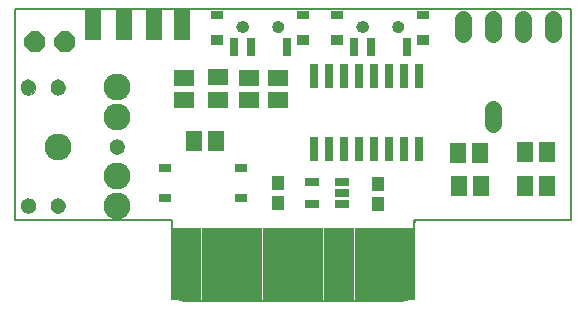
<source format=gts>
G75*
%MOIN*%
%OFA0B0*%
%FSLAX25Y25*%
%IPPOS*%
%LPD*%
%AMOC8*
5,1,8,0,0,1.08239X$1,22.5*
%
%ADD10C,0.00004*%
%ADD11C,0.00600*%
%ADD12R,0.03000X0.08400*%
%ADD13C,0.09000*%
%ADD14C,0.00000*%
%ADD15C,0.05124*%
%ADD16OC8,0.07000*%
%ADD17R,0.04337X0.02762*%
%ADD18R,0.05518X0.06699*%
%ADD19R,0.06699X0.05518*%
%ADD20R,0.03156X0.06306*%
%ADD21R,0.04337X0.03550*%
%ADD22C,0.03943*%
%ADD23C,0.05600*%
%ADD24R,0.05400X0.10400*%
%ADD25R,0.09849X0.24376*%
%ADD26R,0.05124X0.03117*%
%ADD27R,0.04337X0.04731*%
D10*
X0145979Y0053933D02*
X0145891Y0054433D01*
D11*
X0065091Y0054433D02*
X0065091Y0032433D01*
X0065079Y0032301D01*
X0065072Y0032169D01*
X0065068Y0032036D01*
X0065069Y0031904D01*
X0065073Y0031771D01*
X0065081Y0031639D01*
X0065093Y0031507D01*
X0065109Y0031375D01*
X0065129Y0031244D01*
X0065153Y0031114D01*
X0065181Y0030984D01*
X0065212Y0030855D01*
X0065248Y0030727D01*
X0065287Y0030601D01*
X0065330Y0030475D01*
X0065376Y0030351D01*
X0065426Y0030229D01*
X0065480Y0030107D01*
X0065538Y0029988D01*
X0065598Y0029870D01*
X0065663Y0029754D01*
X0065731Y0029640D01*
X0065802Y0029528D01*
X0065876Y0029419D01*
X0065954Y0029311D01*
X0066034Y0029206D01*
X0066118Y0029103D01*
X0066205Y0029003D01*
X0066295Y0028906D01*
X0066387Y0028811D01*
X0066483Y0028719D01*
X0066581Y0028630D01*
X0066682Y0028543D01*
X0066785Y0028460D01*
X0066890Y0028380D01*
X0066998Y0028303D01*
X0067108Y0028229D01*
X0067221Y0028159D01*
X0067335Y0028092D01*
X0067451Y0028028D01*
X0067570Y0027968D01*
X0067689Y0027911D01*
X0067811Y0027858D01*
X0067934Y0027809D01*
X0068058Y0027763D01*
X0068184Y0027721D01*
X0068311Y0027682D01*
X0068439Y0027648D01*
X0068568Y0027617D01*
X0068698Y0027590D01*
X0068828Y0027567D01*
X0068959Y0027548D01*
X0069091Y0027533D01*
X0141891Y0027533D01*
X0142023Y0027548D01*
X0142154Y0027567D01*
X0142284Y0027590D01*
X0142414Y0027617D01*
X0142543Y0027648D01*
X0142671Y0027682D01*
X0142798Y0027721D01*
X0142924Y0027763D01*
X0143048Y0027809D01*
X0143171Y0027858D01*
X0143293Y0027911D01*
X0143412Y0027968D01*
X0143531Y0028028D01*
X0143647Y0028092D01*
X0143761Y0028159D01*
X0143874Y0028229D01*
X0143984Y0028303D01*
X0144092Y0028380D01*
X0144197Y0028460D01*
X0144300Y0028543D01*
X0144401Y0028630D01*
X0144499Y0028719D01*
X0144595Y0028811D01*
X0144687Y0028906D01*
X0144777Y0029003D01*
X0144864Y0029103D01*
X0144948Y0029206D01*
X0145028Y0029311D01*
X0145106Y0029419D01*
X0145180Y0029528D01*
X0145251Y0029640D01*
X0145319Y0029754D01*
X0145384Y0029870D01*
X0145444Y0029988D01*
X0145502Y0030107D01*
X0145556Y0030229D01*
X0145606Y0030351D01*
X0145652Y0030475D01*
X0145695Y0030601D01*
X0145734Y0030727D01*
X0145770Y0030855D01*
X0145801Y0030984D01*
X0145829Y0031114D01*
X0145853Y0031244D01*
X0145873Y0031375D01*
X0145889Y0031507D01*
X0145901Y0031639D01*
X0145909Y0031771D01*
X0145913Y0031904D01*
X0145914Y0032036D01*
X0145910Y0032169D01*
X0145903Y0032301D01*
X0145891Y0032433D01*
X0145891Y0054433D01*
X0198241Y0054433D01*
X0198241Y0124933D01*
X0012741Y0124933D01*
X0012741Y0054433D01*
X0065091Y0054433D01*
D12*
X0112291Y0078233D03*
X0117291Y0078233D03*
X0122291Y0078233D03*
X0127291Y0078233D03*
X0132291Y0078233D03*
X0137291Y0078233D03*
X0142291Y0078233D03*
X0147291Y0078233D03*
X0147291Y0102433D03*
X0142291Y0102433D03*
X0137291Y0102433D03*
X0132291Y0102433D03*
X0127291Y0102433D03*
X0122291Y0102433D03*
X0117291Y0102433D03*
X0112291Y0102433D03*
D13*
X0046676Y0098618D03*
X0046676Y0088776D03*
X0026991Y0078933D03*
X0046676Y0069091D03*
X0046676Y0059248D03*
D14*
X0024629Y0059248D02*
X0024631Y0059345D01*
X0024637Y0059442D01*
X0024647Y0059538D01*
X0024661Y0059634D01*
X0024679Y0059730D01*
X0024700Y0059824D01*
X0024726Y0059918D01*
X0024755Y0060010D01*
X0024789Y0060101D01*
X0024825Y0060191D01*
X0024866Y0060279D01*
X0024910Y0060365D01*
X0024958Y0060450D01*
X0025009Y0060532D01*
X0025063Y0060613D01*
X0025121Y0060691D01*
X0025182Y0060766D01*
X0025245Y0060839D01*
X0025312Y0060910D01*
X0025382Y0060977D01*
X0025454Y0061042D01*
X0025529Y0061103D01*
X0025607Y0061162D01*
X0025686Y0061217D01*
X0025768Y0061269D01*
X0025852Y0061317D01*
X0025938Y0061362D01*
X0026026Y0061404D01*
X0026115Y0061442D01*
X0026206Y0061476D01*
X0026298Y0061506D01*
X0026391Y0061533D01*
X0026486Y0061555D01*
X0026581Y0061574D01*
X0026677Y0061589D01*
X0026773Y0061600D01*
X0026870Y0061607D01*
X0026967Y0061610D01*
X0027064Y0061609D01*
X0027161Y0061604D01*
X0027257Y0061595D01*
X0027353Y0061582D01*
X0027449Y0061565D01*
X0027544Y0061544D01*
X0027637Y0061520D01*
X0027730Y0061491D01*
X0027822Y0061459D01*
X0027912Y0061423D01*
X0028000Y0061384D01*
X0028087Y0061340D01*
X0028172Y0061294D01*
X0028255Y0061243D01*
X0028336Y0061190D01*
X0028414Y0061133D01*
X0028491Y0061073D01*
X0028564Y0061010D01*
X0028635Y0060944D01*
X0028703Y0060875D01*
X0028769Y0060803D01*
X0028831Y0060729D01*
X0028890Y0060652D01*
X0028946Y0060573D01*
X0028999Y0060491D01*
X0029049Y0060408D01*
X0029094Y0060322D01*
X0029137Y0060235D01*
X0029176Y0060146D01*
X0029211Y0060056D01*
X0029242Y0059964D01*
X0029269Y0059871D01*
X0029293Y0059777D01*
X0029313Y0059682D01*
X0029329Y0059586D01*
X0029341Y0059490D01*
X0029349Y0059393D01*
X0029353Y0059296D01*
X0029353Y0059200D01*
X0029349Y0059103D01*
X0029341Y0059006D01*
X0029329Y0058910D01*
X0029313Y0058814D01*
X0029293Y0058719D01*
X0029269Y0058625D01*
X0029242Y0058532D01*
X0029211Y0058440D01*
X0029176Y0058350D01*
X0029137Y0058261D01*
X0029094Y0058174D01*
X0029049Y0058088D01*
X0028999Y0058005D01*
X0028946Y0057923D01*
X0028890Y0057844D01*
X0028831Y0057767D01*
X0028769Y0057693D01*
X0028703Y0057621D01*
X0028635Y0057552D01*
X0028564Y0057486D01*
X0028491Y0057423D01*
X0028414Y0057363D01*
X0028336Y0057306D01*
X0028255Y0057253D01*
X0028172Y0057202D01*
X0028087Y0057156D01*
X0028000Y0057112D01*
X0027912Y0057073D01*
X0027822Y0057037D01*
X0027730Y0057005D01*
X0027637Y0056976D01*
X0027544Y0056952D01*
X0027449Y0056931D01*
X0027353Y0056914D01*
X0027257Y0056901D01*
X0027161Y0056892D01*
X0027064Y0056887D01*
X0026967Y0056886D01*
X0026870Y0056889D01*
X0026773Y0056896D01*
X0026677Y0056907D01*
X0026581Y0056922D01*
X0026486Y0056941D01*
X0026391Y0056963D01*
X0026298Y0056990D01*
X0026206Y0057020D01*
X0026115Y0057054D01*
X0026026Y0057092D01*
X0025938Y0057134D01*
X0025852Y0057179D01*
X0025768Y0057227D01*
X0025686Y0057279D01*
X0025607Y0057334D01*
X0025529Y0057393D01*
X0025454Y0057454D01*
X0025382Y0057519D01*
X0025312Y0057586D01*
X0025245Y0057657D01*
X0025182Y0057730D01*
X0025121Y0057805D01*
X0025063Y0057883D01*
X0025009Y0057964D01*
X0024958Y0058046D01*
X0024910Y0058131D01*
X0024866Y0058217D01*
X0024825Y0058305D01*
X0024789Y0058395D01*
X0024755Y0058486D01*
X0024726Y0058578D01*
X0024700Y0058672D01*
X0024679Y0058766D01*
X0024661Y0058862D01*
X0024647Y0058958D01*
X0024637Y0059054D01*
X0024631Y0059151D01*
X0024629Y0059248D01*
X0014786Y0059248D02*
X0014788Y0059345D01*
X0014794Y0059442D01*
X0014804Y0059538D01*
X0014818Y0059634D01*
X0014836Y0059730D01*
X0014857Y0059824D01*
X0014883Y0059918D01*
X0014912Y0060010D01*
X0014946Y0060101D01*
X0014982Y0060191D01*
X0015023Y0060279D01*
X0015067Y0060365D01*
X0015115Y0060450D01*
X0015166Y0060532D01*
X0015220Y0060613D01*
X0015278Y0060691D01*
X0015339Y0060766D01*
X0015402Y0060839D01*
X0015469Y0060910D01*
X0015539Y0060977D01*
X0015611Y0061042D01*
X0015686Y0061103D01*
X0015764Y0061162D01*
X0015843Y0061217D01*
X0015925Y0061269D01*
X0016009Y0061317D01*
X0016095Y0061362D01*
X0016183Y0061404D01*
X0016272Y0061442D01*
X0016363Y0061476D01*
X0016455Y0061506D01*
X0016548Y0061533D01*
X0016643Y0061555D01*
X0016738Y0061574D01*
X0016834Y0061589D01*
X0016930Y0061600D01*
X0017027Y0061607D01*
X0017124Y0061610D01*
X0017221Y0061609D01*
X0017318Y0061604D01*
X0017414Y0061595D01*
X0017510Y0061582D01*
X0017606Y0061565D01*
X0017701Y0061544D01*
X0017794Y0061520D01*
X0017887Y0061491D01*
X0017979Y0061459D01*
X0018069Y0061423D01*
X0018157Y0061384D01*
X0018244Y0061340D01*
X0018329Y0061294D01*
X0018412Y0061243D01*
X0018493Y0061190D01*
X0018571Y0061133D01*
X0018648Y0061073D01*
X0018721Y0061010D01*
X0018792Y0060944D01*
X0018860Y0060875D01*
X0018926Y0060803D01*
X0018988Y0060729D01*
X0019047Y0060652D01*
X0019103Y0060573D01*
X0019156Y0060491D01*
X0019206Y0060408D01*
X0019251Y0060322D01*
X0019294Y0060235D01*
X0019333Y0060146D01*
X0019368Y0060056D01*
X0019399Y0059964D01*
X0019426Y0059871D01*
X0019450Y0059777D01*
X0019470Y0059682D01*
X0019486Y0059586D01*
X0019498Y0059490D01*
X0019506Y0059393D01*
X0019510Y0059296D01*
X0019510Y0059200D01*
X0019506Y0059103D01*
X0019498Y0059006D01*
X0019486Y0058910D01*
X0019470Y0058814D01*
X0019450Y0058719D01*
X0019426Y0058625D01*
X0019399Y0058532D01*
X0019368Y0058440D01*
X0019333Y0058350D01*
X0019294Y0058261D01*
X0019251Y0058174D01*
X0019206Y0058088D01*
X0019156Y0058005D01*
X0019103Y0057923D01*
X0019047Y0057844D01*
X0018988Y0057767D01*
X0018926Y0057693D01*
X0018860Y0057621D01*
X0018792Y0057552D01*
X0018721Y0057486D01*
X0018648Y0057423D01*
X0018571Y0057363D01*
X0018493Y0057306D01*
X0018412Y0057253D01*
X0018329Y0057202D01*
X0018244Y0057156D01*
X0018157Y0057112D01*
X0018069Y0057073D01*
X0017979Y0057037D01*
X0017887Y0057005D01*
X0017794Y0056976D01*
X0017701Y0056952D01*
X0017606Y0056931D01*
X0017510Y0056914D01*
X0017414Y0056901D01*
X0017318Y0056892D01*
X0017221Y0056887D01*
X0017124Y0056886D01*
X0017027Y0056889D01*
X0016930Y0056896D01*
X0016834Y0056907D01*
X0016738Y0056922D01*
X0016643Y0056941D01*
X0016548Y0056963D01*
X0016455Y0056990D01*
X0016363Y0057020D01*
X0016272Y0057054D01*
X0016183Y0057092D01*
X0016095Y0057134D01*
X0016009Y0057179D01*
X0015925Y0057227D01*
X0015843Y0057279D01*
X0015764Y0057334D01*
X0015686Y0057393D01*
X0015611Y0057454D01*
X0015539Y0057519D01*
X0015469Y0057586D01*
X0015402Y0057657D01*
X0015339Y0057730D01*
X0015278Y0057805D01*
X0015220Y0057883D01*
X0015166Y0057964D01*
X0015115Y0058046D01*
X0015067Y0058131D01*
X0015023Y0058217D01*
X0014982Y0058305D01*
X0014946Y0058395D01*
X0014912Y0058486D01*
X0014883Y0058578D01*
X0014857Y0058672D01*
X0014836Y0058766D01*
X0014818Y0058862D01*
X0014804Y0058958D01*
X0014794Y0059054D01*
X0014788Y0059151D01*
X0014786Y0059248D01*
X0044314Y0078933D02*
X0044316Y0079030D01*
X0044322Y0079127D01*
X0044332Y0079223D01*
X0044346Y0079319D01*
X0044364Y0079415D01*
X0044385Y0079509D01*
X0044411Y0079603D01*
X0044440Y0079695D01*
X0044474Y0079786D01*
X0044510Y0079876D01*
X0044551Y0079964D01*
X0044595Y0080050D01*
X0044643Y0080135D01*
X0044694Y0080217D01*
X0044748Y0080298D01*
X0044806Y0080376D01*
X0044867Y0080451D01*
X0044930Y0080524D01*
X0044997Y0080595D01*
X0045067Y0080662D01*
X0045139Y0080727D01*
X0045214Y0080788D01*
X0045292Y0080847D01*
X0045371Y0080902D01*
X0045453Y0080954D01*
X0045537Y0081002D01*
X0045623Y0081047D01*
X0045711Y0081089D01*
X0045800Y0081127D01*
X0045891Y0081161D01*
X0045983Y0081191D01*
X0046076Y0081218D01*
X0046171Y0081240D01*
X0046266Y0081259D01*
X0046362Y0081274D01*
X0046458Y0081285D01*
X0046555Y0081292D01*
X0046652Y0081295D01*
X0046749Y0081294D01*
X0046846Y0081289D01*
X0046942Y0081280D01*
X0047038Y0081267D01*
X0047134Y0081250D01*
X0047229Y0081229D01*
X0047322Y0081205D01*
X0047415Y0081176D01*
X0047507Y0081144D01*
X0047597Y0081108D01*
X0047685Y0081069D01*
X0047772Y0081025D01*
X0047857Y0080979D01*
X0047940Y0080928D01*
X0048021Y0080875D01*
X0048099Y0080818D01*
X0048176Y0080758D01*
X0048249Y0080695D01*
X0048320Y0080629D01*
X0048388Y0080560D01*
X0048454Y0080488D01*
X0048516Y0080414D01*
X0048575Y0080337D01*
X0048631Y0080258D01*
X0048684Y0080176D01*
X0048734Y0080093D01*
X0048779Y0080007D01*
X0048822Y0079920D01*
X0048861Y0079831D01*
X0048896Y0079741D01*
X0048927Y0079649D01*
X0048954Y0079556D01*
X0048978Y0079462D01*
X0048998Y0079367D01*
X0049014Y0079271D01*
X0049026Y0079175D01*
X0049034Y0079078D01*
X0049038Y0078981D01*
X0049038Y0078885D01*
X0049034Y0078788D01*
X0049026Y0078691D01*
X0049014Y0078595D01*
X0048998Y0078499D01*
X0048978Y0078404D01*
X0048954Y0078310D01*
X0048927Y0078217D01*
X0048896Y0078125D01*
X0048861Y0078035D01*
X0048822Y0077946D01*
X0048779Y0077859D01*
X0048734Y0077773D01*
X0048684Y0077690D01*
X0048631Y0077608D01*
X0048575Y0077529D01*
X0048516Y0077452D01*
X0048454Y0077378D01*
X0048388Y0077306D01*
X0048320Y0077237D01*
X0048249Y0077171D01*
X0048176Y0077108D01*
X0048099Y0077048D01*
X0048021Y0076991D01*
X0047940Y0076938D01*
X0047857Y0076887D01*
X0047772Y0076841D01*
X0047685Y0076797D01*
X0047597Y0076758D01*
X0047507Y0076722D01*
X0047415Y0076690D01*
X0047322Y0076661D01*
X0047229Y0076637D01*
X0047134Y0076616D01*
X0047038Y0076599D01*
X0046942Y0076586D01*
X0046846Y0076577D01*
X0046749Y0076572D01*
X0046652Y0076571D01*
X0046555Y0076574D01*
X0046458Y0076581D01*
X0046362Y0076592D01*
X0046266Y0076607D01*
X0046171Y0076626D01*
X0046076Y0076648D01*
X0045983Y0076675D01*
X0045891Y0076705D01*
X0045800Y0076739D01*
X0045711Y0076777D01*
X0045623Y0076819D01*
X0045537Y0076864D01*
X0045453Y0076912D01*
X0045371Y0076964D01*
X0045292Y0077019D01*
X0045214Y0077078D01*
X0045139Y0077139D01*
X0045067Y0077204D01*
X0044997Y0077271D01*
X0044930Y0077342D01*
X0044867Y0077415D01*
X0044806Y0077490D01*
X0044748Y0077568D01*
X0044694Y0077649D01*
X0044643Y0077731D01*
X0044595Y0077816D01*
X0044551Y0077902D01*
X0044510Y0077990D01*
X0044474Y0078080D01*
X0044440Y0078171D01*
X0044411Y0078263D01*
X0044385Y0078357D01*
X0044364Y0078451D01*
X0044346Y0078547D01*
X0044332Y0078643D01*
X0044322Y0078739D01*
X0044316Y0078836D01*
X0044314Y0078933D01*
X0024629Y0098618D02*
X0024631Y0098715D01*
X0024637Y0098812D01*
X0024647Y0098908D01*
X0024661Y0099004D01*
X0024679Y0099100D01*
X0024700Y0099194D01*
X0024726Y0099288D01*
X0024755Y0099380D01*
X0024789Y0099471D01*
X0024825Y0099561D01*
X0024866Y0099649D01*
X0024910Y0099735D01*
X0024958Y0099820D01*
X0025009Y0099902D01*
X0025063Y0099983D01*
X0025121Y0100061D01*
X0025182Y0100136D01*
X0025245Y0100209D01*
X0025312Y0100280D01*
X0025382Y0100347D01*
X0025454Y0100412D01*
X0025529Y0100473D01*
X0025607Y0100532D01*
X0025686Y0100587D01*
X0025768Y0100639D01*
X0025852Y0100687D01*
X0025938Y0100732D01*
X0026026Y0100774D01*
X0026115Y0100812D01*
X0026206Y0100846D01*
X0026298Y0100876D01*
X0026391Y0100903D01*
X0026486Y0100925D01*
X0026581Y0100944D01*
X0026677Y0100959D01*
X0026773Y0100970D01*
X0026870Y0100977D01*
X0026967Y0100980D01*
X0027064Y0100979D01*
X0027161Y0100974D01*
X0027257Y0100965D01*
X0027353Y0100952D01*
X0027449Y0100935D01*
X0027544Y0100914D01*
X0027637Y0100890D01*
X0027730Y0100861D01*
X0027822Y0100829D01*
X0027912Y0100793D01*
X0028000Y0100754D01*
X0028087Y0100710D01*
X0028172Y0100664D01*
X0028255Y0100613D01*
X0028336Y0100560D01*
X0028414Y0100503D01*
X0028491Y0100443D01*
X0028564Y0100380D01*
X0028635Y0100314D01*
X0028703Y0100245D01*
X0028769Y0100173D01*
X0028831Y0100099D01*
X0028890Y0100022D01*
X0028946Y0099943D01*
X0028999Y0099861D01*
X0029049Y0099778D01*
X0029094Y0099692D01*
X0029137Y0099605D01*
X0029176Y0099516D01*
X0029211Y0099426D01*
X0029242Y0099334D01*
X0029269Y0099241D01*
X0029293Y0099147D01*
X0029313Y0099052D01*
X0029329Y0098956D01*
X0029341Y0098860D01*
X0029349Y0098763D01*
X0029353Y0098666D01*
X0029353Y0098570D01*
X0029349Y0098473D01*
X0029341Y0098376D01*
X0029329Y0098280D01*
X0029313Y0098184D01*
X0029293Y0098089D01*
X0029269Y0097995D01*
X0029242Y0097902D01*
X0029211Y0097810D01*
X0029176Y0097720D01*
X0029137Y0097631D01*
X0029094Y0097544D01*
X0029049Y0097458D01*
X0028999Y0097375D01*
X0028946Y0097293D01*
X0028890Y0097214D01*
X0028831Y0097137D01*
X0028769Y0097063D01*
X0028703Y0096991D01*
X0028635Y0096922D01*
X0028564Y0096856D01*
X0028491Y0096793D01*
X0028414Y0096733D01*
X0028336Y0096676D01*
X0028255Y0096623D01*
X0028172Y0096572D01*
X0028087Y0096526D01*
X0028000Y0096482D01*
X0027912Y0096443D01*
X0027822Y0096407D01*
X0027730Y0096375D01*
X0027637Y0096346D01*
X0027544Y0096322D01*
X0027449Y0096301D01*
X0027353Y0096284D01*
X0027257Y0096271D01*
X0027161Y0096262D01*
X0027064Y0096257D01*
X0026967Y0096256D01*
X0026870Y0096259D01*
X0026773Y0096266D01*
X0026677Y0096277D01*
X0026581Y0096292D01*
X0026486Y0096311D01*
X0026391Y0096333D01*
X0026298Y0096360D01*
X0026206Y0096390D01*
X0026115Y0096424D01*
X0026026Y0096462D01*
X0025938Y0096504D01*
X0025852Y0096549D01*
X0025768Y0096597D01*
X0025686Y0096649D01*
X0025607Y0096704D01*
X0025529Y0096763D01*
X0025454Y0096824D01*
X0025382Y0096889D01*
X0025312Y0096956D01*
X0025245Y0097027D01*
X0025182Y0097100D01*
X0025121Y0097175D01*
X0025063Y0097253D01*
X0025009Y0097334D01*
X0024958Y0097416D01*
X0024910Y0097501D01*
X0024866Y0097587D01*
X0024825Y0097675D01*
X0024789Y0097765D01*
X0024755Y0097856D01*
X0024726Y0097948D01*
X0024700Y0098042D01*
X0024679Y0098136D01*
X0024661Y0098232D01*
X0024647Y0098328D01*
X0024637Y0098424D01*
X0024631Y0098521D01*
X0024629Y0098618D01*
X0014786Y0098618D02*
X0014788Y0098715D01*
X0014794Y0098812D01*
X0014804Y0098908D01*
X0014818Y0099004D01*
X0014836Y0099100D01*
X0014857Y0099194D01*
X0014883Y0099288D01*
X0014912Y0099380D01*
X0014946Y0099471D01*
X0014982Y0099561D01*
X0015023Y0099649D01*
X0015067Y0099735D01*
X0015115Y0099820D01*
X0015166Y0099902D01*
X0015220Y0099983D01*
X0015278Y0100061D01*
X0015339Y0100136D01*
X0015402Y0100209D01*
X0015469Y0100280D01*
X0015539Y0100347D01*
X0015611Y0100412D01*
X0015686Y0100473D01*
X0015764Y0100532D01*
X0015843Y0100587D01*
X0015925Y0100639D01*
X0016009Y0100687D01*
X0016095Y0100732D01*
X0016183Y0100774D01*
X0016272Y0100812D01*
X0016363Y0100846D01*
X0016455Y0100876D01*
X0016548Y0100903D01*
X0016643Y0100925D01*
X0016738Y0100944D01*
X0016834Y0100959D01*
X0016930Y0100970D01*
X0017027Y0100977D01*
X0017124Y0100980D01*
X0017221Y0100979D01*
X0017318Y0100974D01*
X0017414Y0100965D01*
X0017510Y0100952D01*
X0017606Y0100935D01*
X0017701Y0100914D01*
X0017794Y0100890D01*
X0017887Y0100861D01*
X0017979Y0100829D01*
X0018069Y0100793D01*
X0018157Y0100754D01*
X0018244Y0100710D01*
X0018329Y0100664D01*
X0018412Y0100613D01*
X0018493Y0100560D01*
X0018571Y0100503D01*
X0018648Y0100443D01*
X0018721Y0100380D01*
X0018792Y0100314D01*
X0018860Y0100245D01*
X0018926Y0100173D01*
X0018988Y0100099D01*
X0019047Y0100022D01*
X0019103Y0099943D01*
X0019156Y0099861D01*
X0019206Y0099778D01*
X0019251Y0099692D01*
X0019294Y0099605D01*
X0019333Y0099516D01*
X0019368Y0099426D01*
X0019399Y0099334D01*
X0019426Y0099241D01*
X0019450Y0099147D01*
X0019470Y0099052D01*
X0019486Y0098956D01*
X0019498Y0098860D01*
X0019506Y0098763D01*
X0019510Y0098666D01*
X0019510Y0098570D01*
X0019506Y0098473D01*
X0019498Y0098376D01*
X0019486Y0098280D01*
X0019470Y0098184D01*
X0019450Y0098089D01*
X0019426Y0097995D01*
X0019399Y0097902D01*
X0019368Y0097810D01*
X0019333Y0097720D01*
X0019294Y0097631D01*
X0019251Y0097544D01*
X0019206Y0097458D01*
X0019156Y0097375D01*
X0019103Y0097293D01*
X0019047Y0097214D01*
X0018988Y0097137D01*
X0018926Y0097063D01*
X0018860Y0096991D01*
X0018792Y0096922D01*
X0018721Y0096856D01*
X0018648Y0096793D01*
X0018571Y0096733D01*
X0018493Y0096676D01*
X0018412Y0096623D01*
X0018329Y0096572D01*
X0018244Y0096526D01*
X0018157Y0096482D01*
X0018069Y0096443D01*
X0017979Y0096407D01*
X0017887Y0096375D01*
X0017794Y0096346D01*
X0017701Y0096322D01*
X0017606Y0096301D01*
X0017510Y0096284D01*
X0017414Y0096271D01*
X0017318Y0096262D01*
X0017221Y0096257D01*
X0017124Y0096256D01*
X0017027Y0096259D01*
X0016930Y0096266D01*
X0016834Y0096277D01*
X0016738Y0096292D01*
X0016643Y0096311D01*
X0016548Y0096333D01*
X0016455Y0096360D01*
X0016363Y0096390D01*
X0016272Y0096424D01*
X0016183Y0096462D01*
X0016095Y0096504D01*
X0016009Y0096549D01*
X0015925Y0096597D01*
X0015843Y0096649D01*
X0015764Y0096704D01*
X0015686Y0096763D01*
X0015611Y0096824D01*
X0015539Y0096889D01*
X0015469Y0096956D01*
X0015402Y0097027D01*
X0015339Y0097100D01*
X0015278Y0097175D01*
X0015220Y0097253D01*
X0015166Y0097334D01*
X0015115Y0097416D01*
X0015067Y0097501D01*
X0015023Y0097587D01*
X0014982Y0097675D01*
X0014946Y0097765D01*
X0014912Y0097856D01*
X0014883Y0097948D01*
X0014857Y0098042D01*
X0014836Y0098136D01*
X0014818Y0098232D01*
X0014804Y0098328D01*
X0014794Y0098424D01*
X0014788Y0098521D01*
X0014786Y0098618D01*
X0086813Y0118933D02*
X0086815Y0119017D01*
X0086821Y0119100D01*
X0086831Y0119183D01*
X0086845Y0119266D01*
X0086862Y0119348D01*
X0086884Y0119429D01*
X0086909Y0119508D01*
X0086938Y0119587D01*
X0086971Y0119664D01*
X0087007Y0119739D01*
X0087047Y0119813D01*
X0087090Y0119885D01*
X0087137Y0119954D01*
X0087187Y0120021D01*
X0087240Y0120086D01*
X0087296Y0120148D01*
X0087354Y0120208D01*
X0087416Y0120265D01*
X0087480Y0120318D01*
X0087547Y0120369D01*
X0087616Y0120416D01*
X0087687Y0120461D01*
X0087760Y0120501D01*
X0087835Y0120538D01*
X0087912Y0120572D01*
X0087990Y0120602D01*
X0088069Y0120628D01*
X0088150Y0120651D01*
X0088232Y0120669D01*
X0088314Y0120684D01*
X0088397Y0120695D01*
X0088480Y0120702D01*
X0088564Y0120705D01*
X0088648Y0120704D01*
X0088731Y0120699D01*
X0088815Y0120690D01*
X0088897Y0120677D01*
X0088979Y0120661D01*
X0089060Y0120640D01*
X0089141Y0120616D01*
X0089219Y0120588D01*
X0089297Y0120556D01*
X0089373Y0120520D01*
X0089447Y0120481D01*
X0089519Y0120439D01*
X0089589Y0120393D01*
X0089657Y0120344D01*
X0089722Y0120292D01*
X0089785Y0120237D01*
X0089845Y0120179D01*
X0089903Y0120118D01*
X0089957Y0120054D01*
X0090009Y0119988D01*
X0090057Y0119920D01*
X0090102Y0119849D01*
X0090143Y0119776D01*
X0090182Y0119702D01*
X0090216Y0119626D01*
X0090247Y0119548D01*
X0090274Y0119469D01*
X0090298Y0119388D01*
X0090317Y0119307D01*
X0090333Y0119225D01*
X0090345Y0119142D01*
X0090353Y0119058D01*
X0090357Y0118975D01*
X0090357Y0118891D01*
X0090353Y0118808D01*
X0090345Y0118724D01*
X0090333Y0118641D01*
X0090317Y0118559D01*
X0090298Y0118478D01*
X0090274Y0118397D01*
X0090247Y0118318D01*
X0090216Y0118240D01*
X0090182Y0118164D01*
X0090143Y0118090D01*
X0090102Y0118017D01*
X0090057Y0117946D01*
X0090009Y0117878D01*
X0089957Y0117812D01*
X0089903Y0117748D01*
X0089845Y0117687D01*
X0089785Y0117629D01*
X0089722Y0117574D01*
X0089657Y0117522D01*
X0089589Y0117473D01*
X0089519Y0117427D01*
X0089447Y0117385D01*
X0089373Y0117346D01*
X0089297Y0117310D01*
X0089219Y0117278D01*
X0089141Y0117250D01*
X0089060Y0117226D01*
X0088979Y0117205D01*
X0088897Y0117189D01*
X0088815Y0117176D01*
X0088731Y0117167D01*
X0088648Y0117162D01*
X0088564Y0117161D01*
X0088480Y0117164D01*
X0088397Y0117171D01*
X0088314Y0117182D01*
X0088232Y0117197D01*
X0088150Y0117215D01*
X0088069Y0117238D01*
X0087990Y0117264D01*
X0087912Y0117294D01*
X0087835Y0117328D01*
X0087760Y0117365D01*
X0087687Y0117405D01*
X0087616Y0117450D01*
X0087547Y0117497D01*
X0087480Y0117548D01*
X0087416Y0117601D01*
X0087354Y0117658D01*
X0087296Y0117718D01*
X0087240Y0117780D01*
X0087187Y0117845D01*
X0087137Y0117912D01*
X0087090Y0117981D01*
X0087047Y0118053D01*
X0087007Y0118127D01*
X0086971Y0118202D01*
X0086938Y0118279D01*
X0086909Y0118358D01*
X0086884Y0118437D01*
X0086862Y0118518D01*
X0086845Y0118600D01*
X0086831Y0118683D01*
X0086821Y0118766D01*
X0086815Y0118849D01*
X0086813Y0118933D01*
X0098624Y0118933D02*
X0098626Y0119017D01*
X0098632Y0119100D01*
X0098642Y0119183D01*
X0098656Y0119266D01*
X0098673Y0119348D01*
X0098695Y0119429D01*
X0098720Y0119508D01*
X0098749Y0119587D01*
X0098782Y0119664D01*
X0098818Y0119739D01*
X0098858Y0119813D01*
X0098901Y0119885D01*
X0098948Y0119954D01*
X0098998Y0120021D01*
X0099051Y0120086D01*
X0099107Y0120148D01*
X0099165Y0120208D01*
X0099227Y0120265D01*
X0099291Y0120318D01*
X0099358Y0120369D01*
X0099427Y0120416D01*
X0099498Y0120461D01*
X0099571Y0120501D01*
X0099646Y0120538D01*
X0099723Y0120572D01*
X0099801Y0120602D01*
X0099880Y0120628D01*
X0099961Y0120651D01*
X0100043Y0120669D01*
X0100125Y0120684D01*
X0100208Y0120695D01*
X0100291Y0120702D01*
X0100375Y0120705D01*
X0100459Y0120704D01*
X0100542Y0120699D01*
X0100626Y0120690D01*
X0100708Y0120677D01*
X0100790Y0120661D01*
X0100871Y0120640D01*
X0100952Y0120616D01*
X0101030Y0120588D01*
X0101108Y0120556D01*
X0101184Y0120520D01*
X0101258Y0120481D01*
X0101330Y0120439D01*
X0101400Y0120393D01*
X0101468Y0120344D01*
X0101533Y0120292D01*
X0101596Y0120237D01*
X0101656Y0120179D01*
X0101714Y0120118D01*
X0101768Y0120054D01*
X0101820Y0119988D01*
X0101868Y0119920D01*
X0101913Y0119849D01*
X0101954Y0119776D01*
X0101993Y0119702D01*
X0102027Y0119626D01*
X0102058Y0119548D01*
X0102085Y0119469D01*
X0102109Y0119388D01*
X0102128Y0119307D01*
X0102144Y0119225D01*
X0102156Y0119142D01*
X0102164Y0119058D01*
X0102168Y0118975D01*
X0102168Y0118891D01*
X0102164Y0118808D01*
X0102156Y0118724D01*
X0102144Y0118641D01*
X0102128Y0118559D01*
X0102109Y0118478D01*
X0102085Y0118397D01*
X0102058Y0118318D01*
X0102027Y0118240D01*
X0101993Y0118164D01*
X0101954Y0118090D01*
X0101913Y0118017D01*
X0101868Y0117946D01*
X0101820Y0117878D01*
X0101768Y0117812D01*
X0101714Y0117748D01*
X0101656Y0117687D01*
X0101596Y0117629D01*
X0101533Y0117574D01*
X0101468Y0117522D01*
X0101400Y0117473D01*
X0101330Y0117427D01*
X0101258Y0117385D01*
X0101184Y0117346D01*
X0101108Y0117310D01*
X0101030Y0117278D01*
X0100952Y0117250D01*
X0100871Y0117226D01*
X0100790Y0117205D01*
X0100708Y0117189D01*
X0100626Y0117176D01*
X0100542Y0117167D01*
X0100459Y0117162D01*
X0100375Y0117161D01*
X0100291Y0117164D01*
X0100208Y0117171D01*
X0100125Y0117182D01*
X0100043Y0117197D01*
X0099961Y0117215D01*
X0099880Y0117238D01*
X0099801Y0117264D01*
X0099723Y0117294D01*
X0099646Y0117328D01*
X0099571Y0117365D01*
X0099498Y0117405D01*
X0099427Y0117450D01*
X0099358Y0117497D01*
X0099291Y0117548D01*
X0099227Y0117601D01*
X0099165Y0117658D01*
X0099107Y0117718D01*
X0099051Y0117780D01*
X0098998Y0117845D01*
X0098948Y0117912D01*
X0098901Y0117981D01*
X0098858Y0118053D01*
X0098818Y0118127D01*
X0098782Y0118202D01*
X0098749Y0118279D01*
X0098720Y0118358D01*
X0098695Y0118437D01*
X0098673Y0118518D01*
X0098656Y0118600D01*
X0098642Y0118683D01*
X0098632Y0118766D01*
X0098626Y0118849D01*
X0098624Y0118933D01*
X0126813Y0118933D02*
X0126815Y0119017D01*
X0126821Y0119100D01*
X0126831Y0119183D01*
X0126845Y0119266D01*
X0126862Y0119348D01*
X0126884Y0119429D01*
X0126909Y0119508D01*
X0126938Y0119587D01*
X0126971Y0119664D01*
X0127007Y0119739D01*
X0127047Y0119813D01*
X0127090Y0119885D01*
X0127137Y0119954D01*
X0127187Y0120021D01*
X0127240Y0120086D01*
X0127296Y0120148D01*
X0127354Y0120208D01*
X0127416Y0120265D01*
X0127480Y0120318D01*
X0127547Y0120369D01*
X0127616Y0120416D01*
X0127687Y0120461D01*
X0127760Y0120501D01*
X0127835Y0120538D01*
X0127912Y0120572D01*
X0127990Y0120602D01*
X0128069Y0120628D01*
X0128150Y0120651D01*
X0128232Y0120669D01*
X0128314Y0120684D01*
X0128397Y0120695D01*
X0128480Y0120702D01*
X0128564Y0120705D01*
X0128648Y0120704D01*
X0128731Y0120699D01*
X0128815Y0120690D01*
X0128897Y0120677D01*
X0128979Y0120661D01*
X0129060Y0120640D01*
X0129141Y0120616D01*
X0129219Y0120588D01*
X0129297Y0120556D01*
X0129373Y0120520D01*
X0129447Y0120481D01*
X0129519Y0120439D01*
X0129589Y0120393D01*
X0129657Y0120344D01*
X0129722Y0120292D01*
X0129785Y0120237D01*
X0129845Y0120179D01*
X0129903Y0120118D01*
X0129957Y0120054D01*
X0130009Y0119988D01*
X0130057Y0119920D01*
X0130102Y0119849D01*
X0130143Y0119776D01*
X0130182Y0119702D01*
X0130216Y0119626D01*
X0130247Y0119548D01*
X0130274Y0119469D01*
X0130298Y0119388D01*
X0130317Y0119307D01*
X0130333Y0119225D01*
X0130345Y0119142D01*
X0130353Y0119058D01*
X0130357Y0118975D01*
X0130357Y0118891D01*
X0130353Y0118808D01*
X0130345Y0118724D01*
X0130333Y0118641D01*
X0130317Y0118559D01*
X0130298Y0118478D01*
X0130274Y0118397D01*
X0130247Y0118318D01*
X0130216Y0118240D01*
X0130182Y0118164D01*
X0130143Y0118090D01*
X0130102Y0118017D01*
X0130057Y0117946D01*
X0130009Y0117878D01*
X0129957Y0117812D01*
X0129903Y0117748D01*
X0129845Y0117687D01*
X0129785Y0117629D01*
X0129722Y0117574D01*
X0129657Y0117522D01*
X0129589Y0117473D01*
X0129519Y0117427D01*
X0129447Y0117385D01*
X0129373Y0117346D01*
X0129297Y0117310D01*
X0129219Y0117278D01*
X0129141Y0117250D01*
X0129060Y0117226D01*
X0128979Y0117205D01*
X0128897Y0117189D01*
X0128815Y0117176D01*
X0128731Y0117167D01*
X0128648Y0117162D01*
X0128564Y0117161D01*
X0128480Y0117164D01*
X0128397Y0117171D01*
X0128314Y0117182D01*
X0128232Y0117197D01*
X0128150Y0117215D01*
X0128069Y0117238D01*
X0127990Y0117264D01*
X0127912Y0117294D01*
X0127835Y0117328D01*
X0127760Y0117365D01*
X0127687Y0117405D01*
X0127616Y0117450D01*
X0127547Y0117497D01*
X0127480Y0117548D01*
X0127416Y0117601D01*
X0127354Y0117658D01*
X0127296Y0117718D01*
X0127240Y0117780D01*
X0127187Y0117845D01*
X0127137Y0117912D01*
X0127090Y0117981D01*
X0127047Y0118053D01*
X0127007Y0118127D01*
X0126971Y0118202D01*
X0126938Y0118279D01*
X0126909Y0118358D01*
X0126884Y0118437D01*
X0126862Y0118518D01*
X0126845Y0118600D01*
X0126831Y0118683D01*
X0126821Y0118766D01*
X0126815Y0118849D01*
X0126813Y0118933D01*
X0138624Y0118933D02*
X0138626Y0119017D01*
X0138632Y0119100D01*
X0138642Y0119183D01*
X0138656Y0119266D01*
X0138673Y0119348D01*
X0138695Y0119429D01*
X0138720Y0119508D01*
X0138749Y0119587D01*
X0138782Y0119664D01*
X0138818Y0119739D01*
X0138858Y0119813D01*
X0138901Y0119885D01*
X0138948Y0119954D01*
X0138998Y0120021D01*
X0139051Y0120086D01*
X0139107Y0120148D01*
X0139165Y0120208D01*
X0139227Y0120265D01*
X0139291Y0120318D01*
X0139358Y0120369D01*
X0139427Y0120416D01*
X0139498Y0120461D01*
X0139571Y0120501D01*
X0139646Y0120538D01*
X0139723Y0120572D01*
X0139801Y0120602D01*
X0139880Y0120628D01*
X0139961Y0120651D01*
X0140043Y0120669D01*
X0140125Y0120684D01*
X0140208Y0120695D01*
X0140291Y0120702D01*
X0140375Y0120705D01*
X0140459Y0120704D01*
X0140542Y0120699D01*
X0140626Y0120690D01*
X0140708Y0120677D01*
X0140790Y0120661D01*
X0140871Y0120640D01*
X0140952Y0120616D01*
X0141030Y0120588D01*
X0141108Y0120556D01*
X0141184Y0120520D01*
X0141258Y0120481D01*
X0141330Y0120439D01*
X0141400Y0120393D01*
X0141468Y0120344D01*
X0141533Y0120292D01*
X0141596Y0120237D01*
X0141656Y0120179D01*
X0141714Y0120118D01*
X0141768Y0120054D01*
X0141820Y0119988D01*
X0141868Y0119920D01*
X0141913Y0119849D01*
X0141954Y0119776D01*
X0141993Y0119702D01*
X0142027Y0119626D01*
X0142058Y0119548D01*
X0142085Y0119469D01*
X0142109Y0119388D01*
X0142128Y0119307D01*
X0142144Y0119225D01*
X0142156Y0119142D01*
X0142164Y0119058D01*
X0142168Y0118975D01*
X0142168Y0118891D01*
X0142164Y0118808D01*
X0142156Y0118724D01*
X0142144Y0118641D01*
X0142128Y0118559D01*
X0142109Y0118478D01*
X0142085Y0118397D01*
X0142058Y0118318D01*
X0142027Y0118240D01*
X0141993Y0118164D01*
X0141954Y0118090D01*
X0141913Y0118017D01*
X0141868Y0117946D01*
X0141820Y0117878D01*
X0141768Y0117812D01*
X0141714Y0117748D01*
X0141656Y0117687D01*
X0141596Y0117629D01*
X0141533Y0117574D01*
X0141468Y0117522D01*
X0141400Y0117473D01*
X0141330Y0117427D01*
X0141258Y0117385D01*
X0141184Y0117346D01*
X0141108Y0117310D01*
X0141030Y0117278D01*
X0140952Y0117250D01*
X0140871Y0117226D01*
X0140790Y0117205D01*
X0140708Y0117189D01*
X0140626Y0117176D01*
X0140542Y0117167D01*
X0140459Y0117162D01*
X0140375Y0117161D01*
X0140291Y0117164D01*
X0140208Y0117171D01*
X0140125Y0117182D01*
X0140043Y0117197D01*
X0139961Y0117215D01*
X0139880Y0117238D01*
X0139801Y0117264D01*
X0139723Y0117294D01*
X0139646Y0117328D01*
X0139571Y0117365D01*
X0139498Y0117405D01*
X0139427Y0117450D01*
X0139358Y0117497D01*
X0139291Y0117548D01*
X0139227Y0117601D01*
X0139165Y0117658D01*
X0139107Y0117718D01*
X0139051Y0117780D01*
X0138998Y0117845D01*
X0138948Y0117912D01*
X0138901Y0117981D01*
X0138858Y0118053D01*
X0138818Y0118127D01*
X0138782Y0118202D01*
X0138749Y0118279D01*
X0138720Y0118358D01*
X0138695Y0118437D01*
X0138673Y0118518D01*
X0138656Y0118600D01*
X0138642Y0118683D01*
X0138632Y0118766D01*
X0138626Y0118849D01*
X0138624Y0118933D01*
D15*
X0046676Y0078933D03*
X0026991Y0059248D03*
X0017148Y0059248D03*
X0017148Y0098618D03*
X0026991Y0098618D03*
D16*
X0029491Y0113933D03*
X0019491Y0113933D03*
D17*
X0080120Y0122870D03*
X0108861Y0122870D03*
X0120120Y0122870D03*
X0148861Y0122870D03*
X0088209Y0071633D03*
X0088209Y0061633D03*
X0062698Y0061633D03*
X0062698Y0071633D03*
D18*
X0072450Y0080833D03*
X0079931Y0080833D03*
X0160350Y0076733D03*
X0167831Y0076733D03*
X0168131Y0065633D03*
X0160650Y0065633D03*
X0182750Y0065733D03*
X0190231Y0065733D03*
X0190231Y0077233D03*
X0182750Y0077233D03*
D19*
X0100491Y0094293D03*
X0090791Y0094293D03*
X0080591Y0094493D03*
X0080591Y0101973D03*
X0090791Y0101773D03*
X0100491Y0101773D03*
X0069191Y0101873D03*
X0069191Y0094393D03*
D20*
X0085632Y0112043D03*
X0091538Y0112043D03*
X0103349Y0112043D03*
X0125632Y0112043D03*
X0131538Y0112043D03*
X0143349Y0112043D03*
D21*
X0148861Y0114602D03*
X0120120Y0114602D03*
X0108861Y0114602D03*
X0080120Y0114602D03*
D22*
X0088585Y0118933D03*
X0100396Y0118933D03*
X0128585Y0118933D03*
X0140396Y0118933D03*
D23*
X0161991Y0121533D02*
X0161991Y0116333D01*
X0171991Y0116333D02*
X0171991Y0121533D01*
X0181991Y0121533D02*
X0181991Y0116333D01*
X0191991Y0116333D02*
X0191991Y0121533D01*
X0171991Y0091533D02*
X0171991Y0086333D01*
D24*
X0068491Y0119433D03*
X0058991Y0119433D03*
X0048991Y0119483D03*
X0038841Y0119383D03*
D25*
X0069802Y0039933D03*
X0079998Y0039933D03*
X0090195Y0039933D03*
X0100392Y0039933D03*
X0110589Y0039933D03*
X0120786Y0039933D03*
X0130983Y0039933D03*
X0141180Y0039933D03*
D26*
X0121941Y0059793D03*
X0121941Y0063533D03*
X0121941Y0067273D03*
X0111704Y0067273D03*
X0111704Y0059793D03*
D27*
X0100391Y0060087D03*
X0100391Y0066780D03*
X0133891Y0066480D03*
X0133891Y0059787D03*
M02*

</source>
